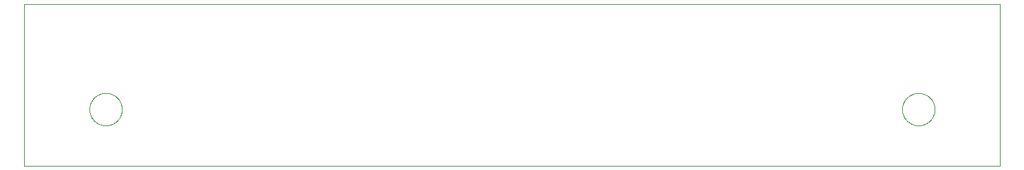
<source format=gbl>
G75*
%MOIN*%
%OFA0B0*%
%FSLAX25Y25*%
%IPPOS*%
%LPD*%
%AMOC8*
5,1,8,0,0,1.08239X$1,22.5*
%
%ADD10C,0.00000*%
D10*
X0001800Y0001800D02*
X0001800Y0080540D01*
X0474241Y0080540D01*
X0474241Y0001800D01*
X0001800Y0001800D01*
X0033296Y0029359D02*
X0033298Y0029552D01*
X0033305Y0029745D01*
X0033317Y0029938D01*
X0033334Y0030131D01*
X0033355Y0030323D01*
X0033381Y0030514D01*
X0033412Y0030705D01*
X0033447Y0030895D01*
X0033487Y0031084D01*
X0033532Y0031272D01*
X0033581Y0031459D01*
X0033635Y0031645D01*
X0033693Y0031829D01*
X0033756Y0032012D01*
X0033824Y0032193D01*
X0033895Y0032372D01*
X0033972Y0032550D01*
X0034052Y0032726D01*
X0034137Y0032899D01*
X0034226Y0033071D01*
X0034319Y0033240D01*
X0034416Y0033407D01*
X0034518Y0033572D01*
X0034623Y0033734D01*
X0034732Y0033893D01*
X0034846Y0034050D01*
X0034963Y0034203D01*
X0035083Y0034354D01*
X0035208Y0034502D01*
X0035336Y0034647D01*
X0035467Y0034788D01*
X0035602Y0034927D01*
X0035741Y0035062D01*
X0035882Y0035193D01*
X0036027Y0035321D01*
X0036175Y0035446D01*
X0036326Y0035566D01*
X0036479Y0035683D01*
X0036636Y0035797D01*
X0036795Y0035906D01*
X0036957Y0036011D01*
X0037122Y0036113D01*
X0037289Y0036210D01*
X0037458Y0036303D01*
X0037630Y0036392D01*
X0037803Y0036477D01*
X0037979Y0036557D01*
X0038157Y0036634D01*
X0038336Y0036705D01*
X0038517Y0036773D01*
X0038700Y0036836D01*
X0038884Y0036894D01*
X0039070Y0036948D01*
X0039257Y0036997D01*
X0039445Y0037042D01*
X0039634Y0037082D01*
X0039824Y0037117D01*
X0040015Y0037148D01*
X0040206Y0037174D01*
X0040398Y0037195D01*
X0040591Y0037212D01*
X0040784Y0037224D01*
X0040977Y0037231D01*
X0041170Y0037233D01*
X0041363Y0037231D01*
X0041556Y0037224D01*
X0041749Y0037212D01*
X0041942Y0037195D01*
X0042134Y0037174D01*
X0042325Y0037148D01*
X0042516Y0037117D01*
X0042706Y0037082D01*
X0042895Y0037042D01*
X0043083Y0036997D01*
X0043270Y0036948D01*
X0043456Y0036894D01*
X0043640Y0036836D01*
X0043823Y0036773D01*
X0044004Y0036705D01*
X0044183Y0036634D01*
X0044361Y0036557D01*
X0044537Y0036477D01*
X0044710Y0036392D01*
X0044882Y0036303D01*
X0045051Y0036210D01*
X0045218Y0036113D01*
X0045383Y0036011D01*
X0045545Y0035906D01*
X0045704Y0035797D01*
X0045861Y0035683D01*
X0046014Y0035566D01*
X0046165Y0035446D01*
X0046313Y0035321D01*
X0046458Y0035193D01*
X0046599Y0035062D01*
X0046738Y0034927D01*
X0046873Y0034788D01*
X0047004Y0034647D01*
X0047132Y0034502D01*
X0047257Y0034354D01*
X0047377Y0034203D01*
X0047494Y0034050D01*
X0047608Y0033893D01*
X0047717Y0033734D01*
X0047822Y0033572D01*
X0047924Y0033407D01*
X0048021Y0033240D01*
X0048114Y0033071D01*
X0048203Y0032899D01*
X0048288Y0032726D01*
X0048368Y0032550D01*
X0048445Y0032372D01*
X0048516Y0032193D01*
X0048584Y0032012D01*
X0048647Y0031829D01*
X0048705Y0031645D01*
X0048759Y0031459D01*
X0048808Y0031272D01*
X0048853Y0031084D01*
X0048893Y0030895D01*
X0048928Y0030705D01*
X0048959Y0030514D01*
X0048985Y0030323D01*
X0049006Y0030131D01*
X0049023Y0029938D01*
X0049035Y0029745D01*
X0049042Y0029552D01*
X0049044Y0029359D01*
X0049042Y0029166D01*
X0049035Y0028973D01*
X0049023Y0028780D01*
X0049006Y0028587D01*
X0048985Y0028395D01*
X0048959Y0028204D01*
X0048928Y0028013D01*
X0048893Y0027823D01*
X0048853Y0027634D01*
X0048808Y0027446D01*
X0048759Y0027259D01*
X0048705Y0027073D01*
X0048647Y0026889D01*
X0048584Y0026706D01*
X0048516Y0026525D01*
X0048445Y0026346D01*
X0048368Y0026168D01*
X0048288Y0025992D01*
X0048203Y0025819D01*
X0048114Y0025647D01*
X0048021Y0025478D01*
X0047924Y0025311D01*
X0047822Y0025146D01*
X0047717Y0024984D01*
X0047608Y0024825D01*
X0047494Y0024668D01*
X0047377Y0024515D01*
X0047257Y0024364D01*
X0047132Y0024216D01*
X0047004Y0024071D01*
X0046873Y0023930D01*
X0046738Y0023791D01*
X0046599Y0023656D01*
X0046458Y0023525D01*
X0046313Y0023397D01*
X0046165Y0023272D01*
X0046014Y0023152D01*
X0045861Y0023035D01*
X0045704Y0022921D01*
X0045545Y0022812D01*
X0045383Y0022707D01*
X0045218Y0022605D01*
X0045051Y0022508D01*
X0044882Y0022415D01*
X0044710Y0022326D01*
X0044537Y0022241D01*
X0044361Y0022161D01*
X0044183Y0022084D01*
X0044004Y0022013D01*
X0043823Y0021945D01*
X0043640Y0021882D01*
X0043456Y0021824D01*
X0043270Y0021770D01*
X0043083Y0021721D01*
X0042895Y0021676D01*
X0042706Y0021636D01*
X0042516Y0021601D01*
X0042325Y0021570D01*
X0042134Y0021544D01*
X0041942Y0021523D01*
X0041749Y0021506D01*
X0041556Y0021494D01*
X0041363Y0021487D01*
X0041170Y0021485D01*
X0040977Y0021487D01*
X0040784Y0021494D01*
X0040591Y0021506D01*
X0040398Y0021523D01*
X0040206Y0021544D01*
X0040015Y0021570D01*
X0039824Y0021601D01*
X0039634Y0021636D01*
X0039445Y0021676D01*
X0039257Y0021721D01*
X0039070Y0021770D01*
X0038884Y0021824D01*
X0038700Y0021882D01*
X0038517Y0021945D01*
X0038336Y0022013D01*
X0038157Y0022084D01*
X0037979Y0022161D01*
X0037803Y0022241D01*
X0037630Y0022326D01*
X0037458Y0022415D01*
X0037289Y0022508D01*
X0037122Y0022605D01*
X0036957Y0022707D01*
X0036795Y0022812D01*
X0036636Y0022921D01*
X0036479Y0023035D01*
X0036326Y0023152D01*
X0036175Y0023272D01*
X0036027Y0023397D01*
X0035882Y0023525D01*
X0035741Y0023656D01*
X0035602Y0023791D01*
X0035467Y0023930D01*
X0035336Y0024071D01*
X0035208Y0024216D01*
X0035083Y0024364D01*
X0034963Y0024515D01*
X0034846Y0024668D01*
X0034732Y0024825D01*
X0034623Y0024984D01*
X0034518Y0025146D01*
X0034416Y0025311D01*
X0034319Y0025478D01*
X0034226Y0025647D01*
X0034137Y0025819D01*
X0034052Y0025992D01*
X0033972Y0026168D01*
X0033895Y0026346D01*
X0033824Y0026525D01*
X0033756Y0026706D01*
X0033693Y0026889D01*
X0033635Y0027073D01*
X0033581Y0027259D01*
X0033532Y0027446D01*
X0033487Y0027634D01*
X0033447Y0027823D01*
X0033412Y0028013D01*
X0033381Y0028204D01*
X0033355Y0028395D01*
X0033334Y0028587D01*
X0033317Y0028780D01*
X0033305Y0028973D01*
X0033298Y0029166D01*
X0033296Y0029359D01*
X0426997Y0029359D02*
X0426999Y0029552D01*
X0427006Y0029745D01*
X0427018Y0029938D01*
X0427035Y0030131D01*
X0427056Y0030323D01*
X0427082Y0030514D01*
X0427113Y0030705D01*
X0427148Y0030895D01*
X0427188Y0031084D01*
X0427233Y0031272D01*
X0427282Y0031459D01*
X0427336Y0031645D01*
X0427394Y0031829D01*
X0427457Y0032012D01*
X0427525Y0032193D01*
X0427596Y0032372D01*
X0427673Y0032550D01*
X0427753Y0032726D01*
X0427838Y0032899D01*
X0427927Y0033071D01*
X0428020Y0033240D01*
X0428117Y0033407D01*
X0428219Y0033572D01*
X0428324Y0033734D01*
X0428433Y0033893D01*
X0428547Y0034050D01*
X0428664Y0034203D01*
X0428784Y0034354D01*
X0428909Y0034502D01*
X0429037Y0034647D01*
X0429168Y0034788D01*
X0429303Y0034927D01*
X0429442Y0035062D01*
X0429583Y0035193D01*
X0429728Y0035321D01*
X0429876Y0035446D01*
X0430027Y0035566D01*
X0430180Y0035683D01*
X0430337Y0035797D01*
X0430496Y0035906D01*
X0430658Y0036011D01*
X0430823Y0036113D01*
X0430990Y0036210D01*
X0431159Y0036303D01*
X0431331Y0036392D01*
X0431504Y0036477D01*
X0431680Y0036557D01*
X0431858Y0036634D01*
X0432037Y0036705D01*
X0432218Y0036773D01*
X0432401Y0036836D01*
X0432585Y0036894D01*
X0432771Y0036948D01*
X0432958Y0036997D01*
X0433146Y0037042D01*
X0433335Y0037082D01*
X0433525Y0037117D01*
X0433716Y0037148D01*
X0433907Y0037174D01*
X0434099Y0037195D01*
X0434292Y0037212D01*
X0434485Y0037224D01*
X0434678Y0037231D01*
X0434871Y0037233D01*
X0435064Y0037231D01*
X0435257Y0037224D01*
X0435450Y0037212D01*
X0435643Y0037195D01*
X0435835Y0037174D01*
X0436026Y0037148D01*
X0436217Y0037117D01*
X0436407Y0037082D01*
X0436596Y0037042D01*
X0436784Y0036997D01*
X0436971Y0036948D01*
X0437157Y0036894D01*
X0437341Y0036836D01*
X0437524Y0036773D01*
X0437705Y0036705D01*
X0437884Y0036634D01*
X0438062Y0036557D01*
X0438238Y0036477D01*
X0438411Y0036392D01*
X0438583Y0036303D01*
X0438752Y0036210D01*
X0438919Y0036113D01*
X0439084Y0036011D01*
X0439246Y0035906D01*
X0439405Y0035797D01*
X0439562Y0035683D01*
X0439715Y0035566D01*
X0439866Y0035446D01*
X0440014Y0035321D01*
X0440159Y0035193D01*
X0440300Y0035062D01*
X0440439Y0034927D01*
X0440574Y0034788D01*
X0440705Y0034647D01*
X0440833Y0034502D01*
X0440958Y0034354D01*
X0441078Y0034203D01*
X0441195Y0034050D01*
X0441309Y0033893D01*
X0441418Y0033734D01*
X0441523Y0033572D01*
X0441625Y0033407D01*
X0441722Y0033240D01*
X0441815Y0033071D01*
X0441904Y0032899D01*
X0441989Y0032726D01*
X0442069Y0032550D01*
X0442146Y0032372D01*
X0442217Y0032193D01*
X0442285Y0032012D01*
X0442348Y0031829D01*
X0442406Y0031645D01*
X0442460Y0031459D01*
X0442509Y0031272D01*
X0442554Y0031084D01*
X0442594Y0030895D01*
X0442629Y0030705D01*
X0442660Y0030514D01*
X0442686Y0030323D01*
X0442707Y0030131D01*
X0442724Y0029938D01*
X0442736Y0029745D01*
X0442743Y0029552D01*
X0442745Y0029359D01*
X0442743Y0029166D01*
X0442736Y0028973D01*
X0442724Y0028780D01*
X0442707Y0028587D01*
X0442686Y0028395D01*
X0442660Y0028204D01*
X0442629Y0028013D01*
X0442594Y0027823D01*
X0442554Y0027634D01*
X0442509Y0027446D01*
X0442460Y0027259D01*
X0442406Y0027073D01*
X0442348Y0026889D01*
X0442285Y0026706D01*
X0442217Y0026525D01*
X0442146Y0026346D01*
X0442069Y0026168D01*
X0441989Y0025992D01*
X0441904Y0025819D01*
X0441815Y0025647D01*
X0441722Y0025478D01*
X0441625Y0025311D01*
X0441523Y0025146D01*
X0441418Y0024984D01*
X0441309Y0024825D01*
X0441195Y0024668D01*
X0441078Y0024515D01*
X0440958Y0024364D01*
X0440833Y0024216D01*
X0440705Y0024071D01*
X0440574Y0023930D01*
X0440439Y0023791D01*
X0440300Y0023656D01*
X0440159Y0023525D01*
X0440014Y0023397D01*
X0439866Y0023272D01*
X0439715Y0023152D01*
X0439562Y0023035D01*
X0439405Y0022921D01*
X0439246Y0022812D01*
X0439084Y0022707D01*
X0438919Y0022605D01*
X0438752Y0022508D01*
X0438583Y0022415D01*
X0438411Y0022326D01*
X0438238Y0022241D01*
X0438062Y0022161D01*
X0437884Y0022084D01*
X0437705Y0022013D01*
X0437524Y0021945D01*
X0437341Y0021882D01*
X0437157Y0021824D01*
X0436971Y0021770D01*
X0436784Y0021721D01*
X0436596Y0021676D01*
X0436407Y0021636D01*
X0436217Y0021601D01*
X0436026Y0021570D01*
X0435835Y0021544D01*
X0435643Y0021523D01*
X0435450Y0021506D01*
X0435257Y0021494D01*
X0435064Y0021487D01*
X0434871Y0021485D01*
X0434678Y0021487D01*
X0434485Y0021494D01*
X0434292Y0021506D01*
X0434099Y0021523D01*
X0433907Y0021544D01*
X0433716Y0021570D01*
X0433525Y0021601D01*
X0433335Y0021636D01*
X0433146Y0021676D01*
X0432958Y0021721D01*
X0432771Y0021770D01*
X0432585Y0021824D01*
X0432401Y0021882D01*
X0432218Y0021945D01*
X0432037Y0022013D01*
X0431858Y0022084D01*
X0431680Y0022161D01*
X0431504Y0022241D01*
X0431331Y0022326D01*
X0431159Y0022415D01*
X0430990Y0022508D01*
X0430823Y0022605D01*
X0430658Y0022707D01*
X0430496Y0022812D01*
X0430337Y0022921D01*
X0430180Y0023035D01*
X0430027Y0023152D01*
X0429876Y0023272D01*
X0429728Y0023397D01*
X0429583Y0023525D01*
X0429442Y0023656D01*
X0429303Y0023791D01*
X0429168Y0023930D01*
X0429037Y0024071D01*
X0428909Y0024216D01*
X0428784Y0024364D01*
X0428664Y0024515D01*
X0428547Y0024668D01*
X0428433Y0024825D01*
X0428324Y0024984D01*
X0428219Y0025146D01*
X0428117Y0025311D01*
X0428020Y0025478D01*
X0427927Y0025647D01*
X0427838Y0025819D01*
X0427753Y0025992D01*
X0427673Y0026168D01*
X0427596Y0026346D01*
X0427525Y0026525D01*
X0427457Y0026706D01*
X0427394Y0026889D01*
X0427336Y0027073D01*
X0427282Y0027259D01*
X0427233Y0027446D01*
X0427188Y0027634D01*
X0427148Y0027823D01*
X0427113Y0028013D01*
X0427082Y0028204D01*
X0427056Y0028395D01*
X0427035Y0028587D01*
X0427018Y0028780D01*
X0427006Y0028973D01*
X0426999Y0029166D01*
X0426997Y0029359D01*
M02*

</source>
